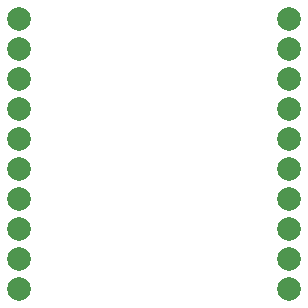
<source format=gbs>
%TF.GenerationSoftware,KiCad,Pcbnew,(5.1.10)-1*%
%TF.CreationDate,2021-06-28T22:20:39+08:00*%
%TF.ProjectId,TTGO-T7-V1.5_BNO085_expansion-board,5454474f-2d54-4372-9d56-312e355f424e,rev?*%
%TF.SameCoordinates,Original*%
%TF.FileFunction,Soldermask,Bot*%
%TF.FilePolarity,Negative*%
%FSLAX46Y46*%
G04 Gerber Fmt 4.6, Leading zero omitted, Abs format (unit mm)*
G04 Created by KiCad (PCBNEW (5.1.10)-1) date 2021-06-28 22:20:39*
%MOMM*%
%LPD*%
G01*
G04 APERTURE LIST*
%ADD10C,2.000000*%
G04 APERTURE END LIST*
D10*
%TO.C,T1*%
X24130000Y1270000D03*
X24130000Y3810000D03*
X24130000Y6350000D03*
X24130000Y8890000D03*
X24130000Y11430000D03*
X24130000Y13970000D03*
X24130000Y16510000D03*
X24130000Y19050000D03*
X24130000Y21590000D03*
X24130000Y24130000D03*
X1270000Y24130000D03*
X1270000Y21590000D03*
X1270000Y19050000D03*
X1270000Y16510000D03*
X1270000Y13970000D03*
X1270000Y11430000D03*
X1270000Y8890000D03*
X1270000Y6350000D03*
X1270000Y3810000D03*
X1270000Y1270000D03*
%TD*%
M02*

</source>
